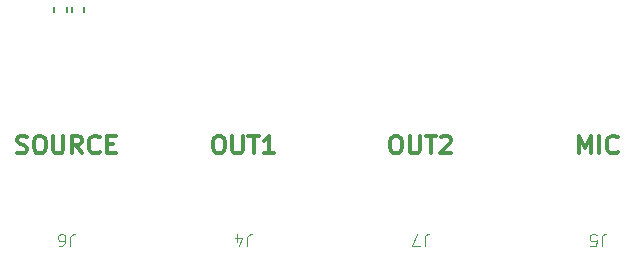
<source format=gbr>
%TF.GenerationSoftware,KiCad,Pcbnew,7.0.6-7.0.6~ubuntu22.04.1*%
%TF.CreationDate,2023-08-06T19:07:11+12:00*%
%TF.ProjectId,AUX_SWITCH,4155585f-5357-4495-9443-482e6b696361,v1.0*%
%TF.SameCoordinates,Original*%
%TF.FileFunction,Legend,Top*%
%TF.FilePolarity,Positive*%
%FSLAX46Y46*%
G04 Gerber Fmt 4.6, Leading zero omitted, Abs format (unit mm)*
G04 Created by KiCad (PCBNEW 7.0.6-7.0.6~ubuntu22.04.1) date 2023-08-06 19:07:11*
%MOMM*%
%LPD*%
G01*
G04 APERTURE LIST*
%ADD10C,0.300000*%
%ADD11C,0.100000*%
%ADD12C,0.150000*%
G04 APERTURE END LIST*
D10*
X190892856Y-105178328D02*
X190892856Y-103678328D01*
X190892856Y-103678328D02*
X191392856Y-104749757D01*
X191392856Y-104749757D02*
X191892856Y-103678328D01*
X191892856Y-103678328D02*
X191892856Y-105178328D01*
X192607142Y-105178328D02*
X192607142Y-103678328D01*
X194178571Y-105035471D02*
X194107143Y-105106900D01*
X194107143Y-105106900D02*
X193892857Y-105178328D01*
X193892857Y-105178328D02*
X193750000Y-105178328D01*
X193750000Y-105178328D02*
X193535714Y-105106900D01*
X193535714Y-105106900D02*
X193392857Y-104964042D01*
X193392857Y-104964042D02*
X193321428Y-104821185D01*
X193321428Y-104821185D02*
X193250000Y-104535471D01*
X193250000Y-104535471D02*
X193250000Y-104321185D01*
X193250000Y-104321185D02*
X193321428Y-104035471D01*
X193321428Y-104035471D02*
X193392857Y-103892614D01*
X193392857Y-103892614D02*
X193535714Y-103749757D01*
X193535714Y-103749757D02*
X193750000Y-103678328D01*
X193750000Y-103678328D02*
X193892857Y-103678328D01*
X193892857Y-103678328D02*
X194107143Y-103749757D01*
X194107143Y-103749757D02*
X194178571Y-103821185D01*
X160285714Y-103678328D02*
X160571428Y-103678328D01*
X160571428Y-103678328D02*
X160714285Y-103749757D01*
X160714285Y-103749757D02*
X160857142Y-103892614D01*
X160857142Y-103892614D02*
X160928571Y-104178328D01*
X160928571Y-104178328D02*
X160928571Y-104678328D01*
X160928571Y-104678328D02*
X160857142Y-104964042D01*
X160857142Y-104964042D02*
X160714285Y-105106900D01*
X160714285Y-105106900D02*
X160571428Y-105178328D01*
X160571428Y-105178328D02*
X160285714Y-105178328D01*
X160285714Y-105178328D02*
X160142857Y-105106900D01*
X160142857Y-105106900D02*
X159999999Y-104964042D01*
X159999999Y-104964042D02*
X159928571Y-104678328D01*
X159928571Y-104678328D02*
X159928571Y-104178328D01*
X159928571Y-104178328D02*
X159999999Y-103892614D01*
X159999999Y-103892614D02*
X160142857Y-103749757D01*
X160142857Y-103749757D02*
X160285714Y-103678328D01*
X161571428Y-103678328D02*
X161571428Y-104892614D01*
X161571428Y-104892614D02*
X161642857Y-105035471D01*
X161642857Y-105035471D02*
X161714286Y-105106900D01*
X161714286Y-105106900D02*
X161857143Y-105178328D01*
X161857143Y-105178328D02*
X162142857Y-105178328D01*
X162142857Y-105178328D02*
X162285714Y-105106900D01*
X162285714Y-105106900D02*
X162357143Y-105035471D01*
X162357143Y-105035471D02*
X162428571Y-104892614D01*
X162428571Y-104892614D02*
X162428571Y-103678328D01*
X162928572Y-103678328D02*
X163785715Y-103678328D01*
X163357143Y-105178328D02*
X163357143Y-103678328D01*
X165071429Y-105178328D02*
X164214286Y-105178328D01*
X164642857Y-105178328D02*
X164642857Y-103678328D01*
X164642857Y-103678328D02*
X164500000Y-103892614D01*
X164500000Y-103892614D02*
X164357143Y-104035471D01*
X164357143Y-104035471D02*
X164214286Y-104106900D01*
X143321428Y-105106900D02*
X143535714Y-105178328D01*
X143535714Y-105178328D02*
X143892856Y-105178328D01*
X143892856Y-105178328D02*
X144035714Y-105106900D01*
X144035714Y-105106900D02*
X144107142Y-105035471D01*
X144107142Y-105035471D02*
X144178571Y-104892614D01*
X144178571Y-104892614D02*
X144178571Y-104749757D01*
X144178571Y-104749757D02*
X144107142Y-104606900D01*
X144107142Y-104606900D02*
X144035714Y-104535471D01*
X144035714Y-104535471D02*
X143892856Y-104464042D01*
X143892856Y-104464042D02*
X143607142Y-104392614D01*
X143607142Y-104392614D02*
X143464285Y-104321185D01*
X143464285Y-104321185D02*
X143392856Y-104249757D01*
X143392856Y-104249757D02*
X143321428Y-104106900D01*
X143321428Y-104106900D02*
X143321428Y-103964042D01*
X143321428Y-103964042D02*
X143392856Y-103821185D01*
X143392856Y-103821185D02*
X143464285Y-103749757D01*
X143464285Y-103749757D02*
X143607142Y-103678328D01*
X143607142Y-103678328D02*
X143964285Y-103678328D01*
X143964285Y-103678328D02*
X144178571Y-103749757D01*
X145107142Y-103678328D02*
X145392856Y-103678328D01*
X145392856Y-103678328D02*
X145535713Y-103749757D01*
X145535713Y-103749757D02*
X145678570Y-103892614D01*
X145678570Y-103892614D02*
X145749999Y-104178328D01*
X145749999Y-104178328D02*
X145749999Y-104678328D01*
X145749999Y-104678328D02*
X145678570Y-104964042D01*
X145678570Y-104964042D02*
X145535713Y-105106900D01*
X145535713Y-105106900D02*
X145392856Y-105178328D01*
X145392856Y-105178328D02*
X145107142Y-105178328D01*
X145107142Y-105178328D02*
X144964285Y-105106900D01*
X144964285Y-105106900D02*
X144821427Y-104964042D01*
X144821427Y-104964042D02*
X144749999Y-104678328D01*
X144749999Y-104678328D02*
X144749999Y-104178328D01*
X144749999Y-104178328D02*
X144821427Y-103892614D01*
X144821427Y-103892614D02*
X144964285Y-103749757D01*
X144964285Y-103749757D02*
X145107142Y-103678328D01*
X146392856Y-103678328D02*
X146392856Y-104892614D01*
X146392856Y-104892614D02*
X146464285Y-105035471D01*
X146464285Y-105035471D02*
X146535714Y-105106900D01*
X146535714Y-105106900D02*
X146678571Y-105178328D01*
X146678571Y-105178328D02*
X146964285Y-105178328D01*
X146964285Y-105178328D02*
X147107142Y-105106900D01*
X147107142Y-105106900D02*
X147178571Y-105035471D01*
X147178571Y-105035471D02*
X147249999Y-104892614D01*
X147249999Y-104892614D02*
X147249999Y-103678328D01*
X148821428Y-105178328D02*
X148321428Y-104464042D01*
X147964285Y-105178328D02*
X147964285Y-103678328D01*
X147964285Y-103678328D02*
X148535714Y-103678328D01*
X148535714Y-103678328D02*
X148678571Y-103749757D01*
X148678571Y-103749757D02*
X148750000Y-103821185D01*
X148750000Y-103821185D02*
X148821428Y-103964042D01*
X148821428Y-103964042D02*
X148821428Y-104178328D01*
X148821428Y-104178328D02*
X148750000Y-104321185D01*
X148750000Y-104321185D02*
X148678571Y-104392614D01*
X148678571Y-104392614D02*
X148535714Y-104464042D01*
X148535714Y-104464042D02*
X147964285Y-104464042D01*
X150321428Y-105035471D02*
X150250000Y-105106900D01*
X150250000Y-105106900D02*
X150035714Y-105178328D01*
X150035714Y-105178328D02*
X149892857Y-105178328D01*
X149892857Y-105178328D02*
X149678571Y-105106900D01*
X149678571Y-105106900D02*
X149535714Y-104964042D01*
X149535714Y-104964042D02*
X149464285Y-104821185D01*
X149464285Y-104821185D02*
X149392857Y-104535471D01*
X149392857Y-104535471D02*
X149392857Y-104321185D01*
X149392857Y-104321185D02*
X149464285Y-104035471D01*
X149464285Y-104035471D02*
X149535714Y-103892614D01*
X149535714Y-103892614D02*
X149678571Y-103749757D01*
X149678571Y-103749757D02*
X149892857Y-103678328D01*
X149892857Y-103678328D02*
X150035714Y-103678328D01*
X150035714Y-103678328D02*
X150250000Y-103749757D01*
X150250000Y-103749757D02*
X150321428Y-103821185D01*
X150964285Y-104392614D02*
X151464285Y-104392614D01*
X151678571Y-105178328D02*
X150964285Y-105178328D01*
X150964285Y-105178328D02*
X150964285Y-103678328D01*
X150964285Y-103678328D02*
X151678571Y-103678328D01*
X175285714Y-103678328D02*
X175571428Y-103678328D01*
X175571428Y-103678328D02*
X175714285Y-103749757D01*
X175714285Y-103749757D02*
X175857142Y-103892614D01*
X175857142Y-103892614D02*
X175928571Y-104178328D01*
X175928571Y-104178328D02*
X175928571Y-104678328D01*
X175928571Y-104678328D02*
X175857142Y-104964042D01*
X175857142Y-104964042D02*
X175714285Y-105106900D01*
X175714285Y-105106900D02*
X175571428Y-105178328D01*
X175571428Y-105178328D02*
X175285714Y-105178328D01*
X175285714Y-105178328D02*
X175142857Y-105106900D01*
X175142857Y-105106900D02*
X174999999Y-104964042D01*
X174999999Y-104964042D02*
X174928571Y-104678328D01*
X174928571Y-104678328D02*
X174928571Y-104178328D01*
X174928571Y-104178328D02*
X174999999Y-103892614D01*
X174999999Y-103892614D02*
X175142857Y-103749757D01*
X175142857Y-103749757D02*
X175285714Y-103678328D01*
X176571428Y-103678328D02*
X176571428Y-104892614D01*
X176571428Y-104892614D02*
X176642857Y-105035471D01*
X176642857Y-105035471D02*
X176714286Y-105106900D01*
X176714286Y-105106900D02*
X176857143Y-105178328D01*
X176857143Y-105178328D02*
X177142857Y-105178328D01*
X177142857Y-105178328D02*
X177285714Y-105106900D01*
X177285714Y-105106900D02*
X177357143Y-105035471D01*
X177357143Y-105035471D02*
X177428571Y-104892614D01*
X177428571Y-104892614D02*
X177428571Y-103678328D01*
X177928572Y-103678328D02*
X178785715Y-103678328D01*
X178357143Y-105178328D02*
X178357143Y-103678328D01*
X179214286Y-103821185D02*
X179285714Y-103749757D01*
X179285714Y-103749757D02*
X179428572Y-103678328D01*
X179428572Y-103678328D02*
X179785714Y-103678328D01*
X179785714Y-103678328D02*
X179928572Y-103749757D01*
X179928572Y-103749757D02*
X180000000Y-103821185D01*
X180000000Y-103821185D02*
X180071429Y-103964042D01*
X180071429Y-103964042D02*
X180071429Y-104106900D01*
X180071429Y-104106900D02*
X180000000Y-104321185D01*
X180000000Y-104321185D02*
X179142857Y-105178328D01*
X179142857Y-105178328D02*
X180071429Y-105178328D01*
D11*
X162833333Y-113002580D02*
X162833333Y-112288295D01*
X162833333Y-112288295D02*
X162880952Y-112145438D01*
X162880952Y-112145438D02*
X162976190Y-112050200D01*
X162976190Y-112050200D02*
X163119047Y-112002580D01*
X163119047Y-112002580D02*
X163214285Y-112002580D01*
X161928571Y-112669247D02*
X161928571Y-112002580D01*
X162166666Y-113050200D02*
X162404761Y-112335914D01*
X162404761Y-112335914D02*
X161785714Y-112335914D01*
X147833333Y-113002580D02*
X147833333Y-112288295D01*
X147833333Y-112288295D02*
X147880952Y-112145438D01*
X147880952Y-112145438D02*
X147976190Y-112050200D01*
X147976190Y-112050200D02*
X148119047Y-112002580D01*
X148119047Y-112002580D02*
X148214285Y-112002580D01*
X146928571Y-113002580D02*
X147119047Y-113002580D01*
X147119047Y-113002580D02*
X147214285Y-112954961D01*
X147214285Y-112954961D02*
X147261904Y-112907342D01*
X147261904Y-112907342D02*
X147357142Y-112764485D01*
X147357142Y-112764485D02*
X147404761Y-112574009D01*
X147404761Y-112574009D02*
X147404761Y-112193057D01*
X147404761Y-112193057D02*
X147357142Y-112097819D01*
X147357142Y-112097819D02*
X147309523Y-112050200D01*
X147309523Y-112050200D02*
X147214285Y-112002580D01*
X147214285Y-112002580D02*
X147023809Y-112002580D01*
X147023809Y-112002580D02*
X146928571Y-112050200D01*
X146928571Y-112050200D02*
X146880952Y-112097819D01*
X146880952Y-112097819D02*
X146833333Y-112193057D01*
X146833333Y-112193057D02*
X146833333Y-112431152D01*
X146833333Y-112431152D02*
X146880952Y-112526390D01*
X146880952Y-112526390D02*
X146928571Y-112574009D01*
X146928571Y-112574009D02*
X147023809Y-112621628D01*
X147023809Y-112621628D02*
X147214285Y-112621628D01*
X147214285Y-112621628D02*
X147309523Y-112574009D01*
X147309523Y-112574009D02*
X147357142Y-112526390D01*
X147357142Y-112526390D02*
X147404761Y-112431152D01*
X177833333Y-113002580D02*
X177833333Y-112288295D01*
X177833333Y-112288295D02*
X177880952Y-112145438D01*
X177880952Y-112145438D02*
X177976190Y-112050200D01*
X177976190Y-112050200D02*
X178119047Y-112002580D01*
X178119047Y-112002580D02*
X178214285Y-112002580D01*
X177452380Y-113002580D02*
X176785714Y-113002580D01*
X176785714Y-113002580D02*
X177214285Y-112002580D01*
X192833333Y-113002580D02*
X192833333Y-112288295D01*
X192833333Y-112288295D02*
X192880952Y-112145438D01*
X192880952Y-112145438D02*
X192976190Y-112050200D01*
X192976190Y-112050200D02*
X193119047Y-112002580D01*
X193119047Y-112002580D02*
X193214285Y-112002580D01*
X191880952Y-113002580D02*
X192357142Y-113002580D01*
X192357142Y-113002580D02*
X192404761Y-112526390D01*
X192404761Y-112526390D02*
X192357142Y-112574009D01*
X192357142Y-112574009D02*
X192261904Y-112621628D01*
X192261904Y-112621628D02*
X192023809Y-112621628D01*
X192023809Y-112621628D02*
X191928571Y-112574009D01*
X191928571Y-112574009D02*
X191880952Y-112526390D01*
X191880952Y-112526390D02*
X191833333Y-112431152D01*
X191833333Y-112431152D02*
X191833333Y-112193057D01*
X191833333Y-112193057D02*
X191880952Y-112097819D01*
X191880952Y-112097819D02*
X191928571Y-112050200D01*
X191928571Y-112050200D02*
X192023809Y-112002580D01*
X192023809Y-112002580D02*
X192261904Y-112002580D01*
X192261904Y-112002580D02*
X192357142Y-112050200D01*
X192357142Y-112050200D02*
X192404761Y-112097819D01*
D12*
%TO.C,R1*%
X147522500Y-92762742D02*
X147522500Y-93237258D01*
X146477500Y-92762742D02*
X146477500Y-93237258D01*
%TO.C,R2*%
X147977500Y-93237258D02*
X147977500Y-92762742D01*
X149022500Y-93237258D02*
X149022500Y-92762742D01*
%TD*%
M02*

</source>
